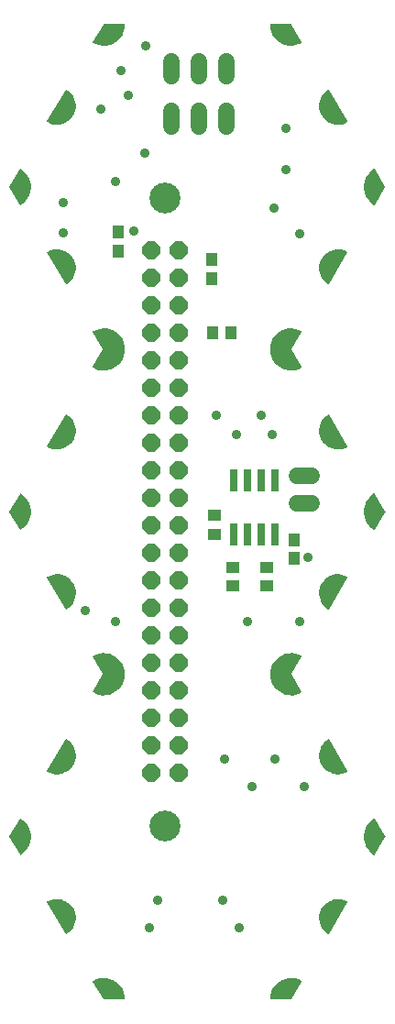
<source format=gbr>
G04 EAGLE Gerber RS-274X export*
G75*
%MOMM*%
%FSLAX34Y34*%
%LPD*%
%INSoldermask Top*%
%IPPOS*%
%AMOC8*
5,1,8,0,0,1.08239X$1,22.5*%
G01*
%ADD10C,2.851600*%
%ADD11C,1.101600*%
%ADD12P,1.759533X8X292.500000*%
%ADD13R,1.101600X1.201600*%
%ADD14C,1.524000*%
%ADD15R,0.660400X2.082800*%
%ADD16R,1.201600X1.101600*%
%ADD17C,0.908000*%

G36*
X917369Y920485D02*
X917369Y920485D01*
X917416Y920483D01*
X920454Y920848D01*
X920486Y920859D01*
X920532Y920864D01*
X923472Y921712D01*
X923502Y921728D01*
X923548Y921740D01*
X926314Y923049D01*
X926336Y923066D01*
X926363Y923076D01*
X926415Y923125D01*
X926473Y923168D01*
X926487Y923193D01*
X926508Y923212D01*
X926537Y923278D01*
X926573Y923340D01*
X926576Y923368D01*
X926588Y923394D01*
X926589Y923466D01*
X926598Y923537D01*
X926590Y923564D01*
X926591Y923593D01*
X926555Y923688D01*
X926544Y923728D01*
X926537Y923737D01*
X926533Y923749D01*
X917176Y940000D01*
X926533Y956251D01*
X926542Y956278D01*
X926558Y956302D01*
X926573Y956372D01*
X926596Y956440D01*
X926593Y956468D01*
X926599Y956496D01*
X926586Y956567D01*
X926580Y956638D01*
X926567Y956663D01*
X926561Y956691D01*
X926521Y956751D01*
X926488Y956814D01*
X926466Y956832D01*
X926450Y956856D01*
X926367Y956914D01*
X926335Y956941D01*
X926324Y956944D01*
X926314Y956951D01*
X923548Y958260D01*
X923515Y958268D01*
X923472Y958288D01*
X920532Y959136D01*
X920498Y959139D01*
X920454Y959152D01*
X917416Y959517D01*
X917382Y959514D01*
X917335Y959520D01*
X914278Y959393D01*
X914245Y959385D01*
X914198Y959384D01*
X911201Y958768D01*
X911170Y958755D01*
X911124Y958746D01*
X908264Y957657D01*
X908236Y957639D01*
X908192Y957623D01*
X905544Y956089D01*
X905518Y956067D01*
X905478Y956044D01*
X903110Y954106D01*
X903088Y954079D01*
X903052Y954050D01*
X901025Y951757D01*
X901009Y951728D01*
X900977Y951693D01*
X899345Y949105D01*
X899333Y949073D01*
X899308Y949034D01*
X898112Y946217D01*
X898105Y946184D01*
X898102Y946177D01*
X898098Y946171D01*
X898097Y946165D01*
X898086Y946141D01*
X897358Y943169D01*
X897356Y943135D01*
X897345Y943090D01*
X897102Y940040D01*
X897106Y940011D01*
X897101Y939983D01*
X897103Y939973D01*
X897102Y939960D01*
X897345Y936910D01*
X897354Y936878D01*
X897358Y936831D01*
X898086Y933859D01*
X898101Y933828D01*
X898112Y933783D01*
X899308Y930966D01*
X899327Y930938D01*
X899345Y930895D01*
X900977Y928307D01*
X901001Y928283D01*
X901025Y928243D01*
X903052Y925950D01*
X903079Y925930D01*
X903110Y925894D01*
X905478Y923956D01*
X905508Y923940D01*
X905544Y923911D01*
X908192Y922378D01*
X908224Y922367D01*
X908264Y922343D01*
X911124Y921255D01*
X911157Y921249D01*
X911201Y921232D01*
X914198Y920616D01*
X914232Y920616D01*
X914278Y920607D01*
X917335Y920480D01*
X917369Y920485D01*
G37*
G36*
X917369Y620485D02*
X917369Y620485D01*
X917416Y620483D01*
X920454Y620848D01*
X920486Y620859D01*
X920532Y620864D01*
X923472Y621712D01*
X923502Y621728D01*
X923548Y621740D01*
X926314Y623049D01*
X926336Y623066D01*
X926363Y623076D01*
X926415Y623125D01*
X926473Y623168D01*
X926487Y623193D01*
X926508Y623212D01*
X926537Y623278D01*
X926573Y623340D01*
X926576Y623368D01*
X926588Y623394D01*
X926589Y623466D01*
X926598Y623537D01*
X926590Y623564D01*
X926591Y623593D01*
X926555Y623688D01*
X926544Y623728D01*
X926537Y623737D01*
X926533Y623749D01*
X917176Y640000D01*
X926533Y656251D01*
X926542Y656278D01*
X926558Y656302D01*
X926573Y656372D01*
X926596Y656440D01*
X926593Y656468D01*
X926599Y656496D01*
X926586Y656567D01*
X926580Y656638D01*
X926567Y656663D01*
X926561Y656691D01*
X926521Y656751D01*
X926488Y656814D01*
X926466Y656832D01*
X926450Y656856D01*
X926367Y656914D01*
X926335Y656941D01*
X926324Y656944D01*
X926314Y656951D01*
X923548Y658260D01*
X923515Y658268D01*
X923472Y658288D01*
X920532Y659136D01*
X920498Y659139D01*
X920454Y659152D01*
X917416Y659517D01*
X917382Y659514D01*
X917335Y659520D01*
X914278Y659393D01*
X914245Y659385D01*
X914198Y659384D01*
X911201Y658768D01*
X911170Y658755D01*
X911124Y658746D01*
X908264Y657657D01*
X908236Y657639D01*
X908192Y657623D01*
X905544Y656089D01*
X905518Y656067D01*
X905478Y656044D01*
X903110Y654106D01*
X903088Y654079D01*
X903052Y654050D01*
X901025Y651757D01*
X901009Y651728D01*
X900977Y651693D01*
X899345Y649105D01*
X899333Y649073D01*
X899308Y649034D01*
X898112Y646217D01*
X898105Y646184D01*
X898102Y646177D01*
X898098Y646171D01*
X898097Y646165D01*
X898086Y646141D01*
X897358Y643169D01*
X897356Y643135D01*
X897345Y643090D01*
X897102Y640040D01*
X897106Y640011D01*
X897101Y639983D01*
X897103Y639973D01*
X897102Y639960D01*
X897345Y636910D01*
X897354Y636878D01*
X897358Y636831D01*
X898086Y633859D01*
X898101Y633828D01*
X898112Y633783D01*
X899308Y630966D01*
X899327Y630938D01*
X899345Y630895D01*
X900977Y628307D01*
X901001Y628283D01*
X901025Y628243D01*
X903052Y625950D01*
X903079Y625930D01*
X903110Y625894D01*
X905478Y623956D01*
X905508Y623940D01*
X905544Y623911D01*
X908192Y622378D01*
X908224Y622367D01*
X908264Y622343D01*
X911124Y621255D01*
X911157Y621249D01*
X911201Y621232D01*
X914198Y620616D01*
X914232Y620616D01*
X914278Y620607D01*
X917335Y620480D01*
X917369Y620485D01*
G37*
G36*
X745722Y920607D02*
X745722Y920607D01*
X745755Y920615D01*
X745802Y920616D01*
X748799Y921232D01*
X748830Y921245D01*
X748876Y921255D01*
X751736Y922343D01*
X751765Y922361D01*
X751808Y922378D01*
X754456Y923911D01*
X754482Y923933D01*
X754523Y923956D01*
X756890Y925894D01*
X756912Y925921D01*
X756948Y925950D01*
X758975Y928243D01*
X758992Y928272D01*
X759023Y928307D01*
X760655Y930895D01*
X760667Y930927D01*
X760692Y930966D01*
X761888Y933783D01*
X761895Y933816D01*
X761914Y933859D01*
X762642Y936831D01*
X762644Y936865D01*
X762655Y936910D01*
X762898Y939960D01*
X762894Y939989D01*
X762899Y940017D01*
X762897Y940027D01*
X762898Y940040D01*
X762655Y943090D01*
X762646Y943122D01*
X762642Y943169D01*
X761914Y946141D01*
X761899Y946172D01*
X761888Y946217D01*
X760692Y949034D01*
X760673Y949062D01*
X760655Y949105D01*
X759023Y951693D01*
X758999Y951717D01*
X758975Y951757D01*
X756948Y954050D01*
X756921Y954070D01*
X756890Y954106D01*
X754523Y956044D01*
X754492Y956060D01*
X754456Y956089D01*
X751808Y957623D01*
X751776Y957633D01*
X751736Y957657D01*
X748876Y958746D01*
X748843Y958751D01*
X748799Y958768D01*
X745802Y959384D01*
X745768Y959384D01*
X745722Y959393D01*
X742665Y959520D01*
X742631Y959515D01*
X742584Y959517D01*
X739546Y959152D01*
X739514Y959141D01*
X739468Y959136D01*
X736528Y958288D01*
X736498Y958272D01*
X736453Y958260D01*
X733687Y956951D01*
X733664Y956934D01*
X733637Y956924D01*
X733585Y956875D01*
X733527Y956832D01*
X733513Y956807D01*
X733492Y956788D01*
X733463Y956722D01*
X733427Y956660D01*
X733424Y956632D01*
X733412Y956606D01*
X733411Y956534D01*
X733402Y956463D01*
X733410Y956436D01*
X733410Y956407D01*
X733445Y956312D01*
X733456Y956272D01*
X733463Y956263D01*
X733467Y956251D01*
X742824Y940000D01*
X733467Y923749D01*
X733458Y923722D01*
X733442Y923698D01*
X733427Y923628D01*
X733404Y923560D01*
X733407Y923532D01*
X733401Y923504D01*
X733415Y923434D01*
X733420Y923362D01*
X733433Y923337D01*
X733439Y923309D01*
X733479Y923249D01*
X733512Y923186D01*
X733534Y923168D01*
X733550Y923144D01*
X733633Y923086D01*
X733665Y923059D01*
X733676Y923056D01*
X733687Y923049D01*
X736453Y921740D01*
X736486Y921732D01*
X736528Y921712D01*
X739468Y920864D01*
X739502Y920861D01*
X739546Y920848D01*
X742584Y920483D01*
X742618Y920486D01*
X742665Y920480D01*
X745722Y920607D01*
G37*
G36*
X745722Y620607D02*
X745722Y620607D01*
X745755Y620615D01*
X745802Y620616D01*
X748799Y621232D01*
X748830Y621245D01*
X748876Y621255D01*
X751736Y622343D01*
X751765Y622361D01*
X751808Y622378D01*
X754456Y623911D01*
X754482Y623933D01*
X754523Y623956D01*
X756890Y625894D01*
X756912Y625921D01*
X756948Y625950D01*
X758975Y628243D01*
X758992Y628272D01*
X759023Y628307D01*
X760655Y630895D01*
X760667Y630927D01*
X760692Y630966D01*
X761888Y633783D01*
X761895Y633816D01*
X761914Y633859D01*
X762642Y636831D01*
X762644Y636865D01*
X762655Y636910D01*
X762898Y639960D01*
X762894Y639989D01*
X762899Y640017D01*
X762897Y640027D01*
X762898Y640040D01*
X762655Y643090D01*
X762646Y643122D01*
X762642Y643169D01*
X761914Y646141D01*
X761899Y646172D01*
X761888Y646217D01*
X760692Y649034D01*
X760673Y649062D01*
X760655Y649105D01*
X759023Y651693D01*
X758999Y651717D01*
X758975Y651757D01*
X756948Y654050D01*
X756921Y654070D01*
X756890Y654106D01*
X754523Y656044D01*
X754492Y656060D01*
X754456Y656089D01*
X751808Y657623D01*
X751776Y657633D01*
X751736Y657657D01*
X748876Y658746D01*
X748843Y658751D01*
X748799Y658768D01*
X745802Y659384D01*
X745768Y659384D01*
X745722Y659393D01*
X742665Y659520D01*
X742631Y659515D01*
X742584Y659517D01*
X739546Y659152D01*
X739514Y659141D01*
X739468Y659136D01*
X736528Y658288D01*
X736498Y658272D01*
X736453Y658260D01*
X733687Y656951D01*
X733664Y656934D01*
X733637Y656924D01*
X733585Y656875D01*
X733527Y656832D01*
X733513Y656807D01*
X733492Y656788D01*
X733463Y656722D01*
X733427Y656660D01*
X733424Y656632D01*
X733412Y656606D01*
X733411Y656534D01*
X733402Y656463D01*
X733410Y656436D01*
X733410Y656407D01*
X733445Y656312D01*
X733456Y656272D01*
X733463Y656263D01*
X733467Y656251D01*
X742824Y640000D01*
X733467Y623749D01*
X733458Y623722D01*
X733442Y623698D01*
X733427Y623628D01*
X733404Y623560D01*
X733407Y623532D01*
X733401Y623504D01*
X733415Y623434D01*
X733420Y623362D01*
X733433Y623337D01*
X733439Y623309D01*
X733479Y623249D01*
X733512Y623186D01*
X733534Y623168D01*
X733550Y623144D01*
X733633Y623086D01*
X733665Y623059D01*
X733676Y623056D01*
X733687Y623049D01*
X736453Y621740D01*
X736486Y621732D01*
X736528Y621712D01*
X739468Y620864D01*
X739502Y620861D01*
X739546Y620848D01*
X742584Y620483D01*
X742618Y620486D01*
X742665Y620480D01*
X745722Y620607D01*
G37*
G36*
X708607Y999810D02*
X708607Y999810D01*
X708678Y999807D01*
X708705Y999817D01*
X708734Y999819D01*
X708824Y999861D01*
X708864Y999876D01*
X708872Y999884D01*
X708885Y999890D01*
X711188Y1001489D01*
X711212Y1001515D01*
X711252Y1001542D01*
X713261Y1003499D01*
X713280Y1003528D01*
X713315Y1003561D01*
X714974Y1005822D01*
X714989Y1005853D01*
X715018Y1005892D01*
X716282Y1008395D01*
X716291Y1008429D01*
X716313Y1008472D01*
X717149Y1011149D01*
X717152Y1011183D01*
X717167Y1011229D01*
X717550Y1014008D01*
X717548Y1014042D01*
X717554Y1014090D01*
X717475Y1016893D01*
X717467Y1016927D01*
X717466Y1016975D01*
X716927Y1019727D01*
X716913Y1019759D01*
X716904Y1019807D01*
X715919Y1022432D01*
X715904Y1022457D01*
X715899Y1022477D01*
X715891Y1022488D01*
X715884Y1022507D01*
X714480Y1024935D01*
X714457Y1024961D01*
X714433Y1025003D01*
X712649Y1027166D01*
X712622Y1027188D01*
X712591Y1027225D01*
X710475Y1029066D01*
X710445Y1029083D01*
X710409Y1029115D01*
X708018Y1030582D01*
X707986Y1030593D01*
X707945Y1030619D01*
X705346Y1031672D01*
X705312Y1031679D01*
X705267Y1031697D01*
X702530Y1032308D01*
X702495Y1032309D01*
X702448Y1032320D01*
X699648Y1032472D01*
X699614Y1032467D01*
X699566Y1032470D01*
X696778Y1032160D01*
X696745Y1032149D01*
X696697Y1032144D01*
X693999Y1031379D01*
X693969Y1031363D01*
X693922Y1031350D01*
X691387Y1030151D01*
X691363Y1030134D01*
X691336Y1030124D01*
X691284Y1030075D01*
X691227Y1030032D01*
X691213Y1030007D01*
X691192Y1029987D01*
X691163Y1029922D01*
X691127Y1029861D01*
X691124Y1029832D01*
X691112Y1029805D01*
X691111Y1029734D01*
X691102Y1029663D01*
X691110Y1029635D01*
X691110Y1029606D01*
X691144Y1029513D01*
X691156Y1029472D01*
X691163Y1029463D01*
X691168Y1029450D01*
X708168Y1000050D01*
X708187Y1000028D01*
X708200Y1000002D01*
X708253Y999954D01*
X708300Y999901D01*
X708326Y999889D01*
X708348Y999869D01*
X708415Y999846D01*
X708479Y999816D01*
X708508Y999814D01*
X708536Y999805D01*
X708607Y999810D01*
G37*
G36*
X708607Y699810D02*
X708607Y699810D01*
X708678Y699807D01*
X708705Y699817D01*
X708734Y699819D01*
X708824Y699861D01*
X708864Y699876D01*
X708872Y699884D01*
X708885Y699890D01*
X711188Y701489D01*
X711212Y701515D01*
X711252Y701542D01*
X713261Y703499D01*
X713280Y703528D01*
X713315Y703561D01*
X714974Y705822D01*
X714989Y705853D01*
X715018Y705892D01*
X716282Y708395D01*
X716291Y708429D01*
X716313Y708472D01*
X717149Y711149D01*
X717152Y711183D01*
X717167Y711229D01*
X717550Y714008D01*
X717548Y714042D01*
X717554Y714090D01*
X717475Y716893D01*
X717467Y716927D01*
X717466Y716975D01*
X716927Y719727D01*
X716913Y719759D01*
X716904Y719807D01*
X715919Y722432D01*
X715904Y722457D01*
X715899Y722477D01*
X715891Y722488D01*
X715884Y722507D01*
X714480Y724935D01*
X714457Y724961D01*
X714433Y725003D01*
X712649Y727166D01*
X712622Y727188D01*
X712591Y727225D01*
X710475Y729066D01*
X710445Y729083D01*
X710409Y729115D01*
X708018Y730582D01*
X707986Y730593D01*
X707945Y730619D01*
X705346Y731672D01*
X705312Y731679D01*
X705267Y731697D01*
X702530Y732308D01*
X702495Y732309D01*
X702448Y732320D01*
X699648Y732472D01*
X699614Y732467D01*
X699566Y732470D01*
X696778Y732160D01*
X696745Y732149D01*
X696697Y732144D01*
X693999Y731379D01*
X693969Y731363D01*
X693922Y731350D01*
X691387Y730151D01*
X691363Y730134D01*
X691336Y730124D01*
X691284Y730075D01*
X691227Y730032D01*
X691213Y730007D01*
X691192Y729987D01*
X691163Y729922D01*
X691127Y729861D01*
X691124Y729832D01*
X691112Y729805D01*
X691111Y729734D01*
X691102Y729663D01*
X691110Y729635D01*
X691110Y729606D01*
X691144Y729513D01*
X691156Y729472D01*
X691163Y729463D01*
X691168Y729450D01*
X708168Y700050D01*
X708187Y700028D01*
X708200Y700002D01*
X708253Y699954D01*
X708300Y699901D01*
X708326Y699889D01*
X708348Y699869D01*
X708415Y699846D01*
X708479Y699816D01*
X708508Y699814D01*
X708536Y699805D01*
X708607Y699810D01*
G37*
G36*
X708607Y399810D02*
X708607Y399810D01*
X708678Y399807D01*
X708705Y399817D01*
X708734Y399819D01*
X708824Y399861D01*
X708864Y399876D01*
X708872Y399884D01*
X708885Y399890D01*
X711188Y401489D01*
X711212Y401515D01*
X711252Y401542D01*
X713261Y403499D01*
X713280Y403528D01*
X713315Y403561D01*
X714974Y405822D01*
X714989Y405853D01*
X715018Y405892D01*
X716282Y408395D01*
X716291Y408429D01*
X716313Y408472D01*
X717149Y411149D01*
X717152Y411183D01*
X717167Y411229D01*
X717550Y414008D01*
X717548Y414042D01*
X717554Y414090D01*
X717475Y416893D01*
X717467Y416927D01*
X717466Y416975D01*
X716927Y419727D01*
X716913Y419759D01*
X716904Y419807D01*
X715919Y422432D01*
X715904Y422457D01*
X715899Y422477D01*
X715891Y422488D01*
X715884Y422507D01*
X714480Y424935D01*
X714457Y424961D01*
X714433Y425003D01*
X712649Y427166D01*
X712622Y427188D01*
X712591Y427225D01*
X710475Y429066D01*
X710445Y429083D01*
X710409Y429115D01*
X708018Y430582D01*
X707986Y430593D01*
X707945Y430619D01*
X705346Y431672D01*
X705312Y431679D01*
X705267Y431697D01*
X702530Y432308D01*
X702495Y432309D01*
X702448Y432320D01*
X699648Y432472D01*
X699614Y432467D01*
X699566Y432470D01*
X696778Y432160D01*
X696745Y432149D01*
X696697Y432144D01*
X693999Y431379D01*
X693969Y431363D01*
X693922Y431350D01*
X691387Y430151D01*
X691363Y430134D01*
X691336Y430124D01*
X691284Y430075D01*
X691227Y430032D01*
X691213Y430007D01*
X691192Y429987D01*
X691163Y429922D01*
X691127Y429861D01*
X691124Y429832D01*
X691112Y429805D01*
X691111Y429734D01*
X691102Y429663D01*
X691110Y429635D01*
X691110Y429606D01*
X691144Y429513D01*
X691156Y429472D01*
X691163Y429463D01*
X691168Y429450D01*
X708168Y400050D01*
X708187Y400028D01*
X708200Y400002D01*
X708253Y399954D01*
X708300Y399901D01*
X708326Y399889D01*
X708348Y399869D01*
X708415Y399846D01*
X708479Y399816D01*
X708508Y399814D01*
X708536Y399805D01*
X708607Y399810D01*
G37*
G36*
X960386Y1147533D02*
X960386Y1147533D01*
X960434Y1147530D01*
X963222Y1147840D01*
X963255Y1147851D01*
X963303Y1147856D01*
X966001Y1148621D01*
X966031Y1148637D01*
X966078Y1148650D01*
X968613Y1149849D01*
X968637Y1149866D01*
X968664Y1149876D01*
X968716Y1149925D01*
X968773Y1149968D01*
X968787Y1149993D01*
X968809Y1150013D01*
X968837Y1150078D01*
X968873Y1150140D01*
X968876Y1150168D01*
X968888Y1150195D01*
X968889Y1150266D01*
X968898Y1150337D01*
X968890Y1150365D01*
X968890Y1150394D01*
X968856Y1150487D01*
X968844Y1150528D01*
X968837Y1150537D01*
X968832Y1150550D01*
X951832Y1179950D01*
X951813Y1179972D01*
X951800Y1179998D01*
X951747Y1180046D01*
X951700Y1180099D01*
X951674Y1180111D01*
X951652Y1180131D01*
X951585Y1180154D01*
X951521Y1180184D01*
X951492Y1180186D01*
X951464Y1180195D01*
X951393Y1180190D01*
X951322Y1180193D01*
X951295Y1180183D01*
X951266Y1180181D01*
X951176Y1180139D01*
X951136Y1180124D01*
X951128Y1180116D01*
X951115Y1180110D01*
X948812Y1178511D01*
X948788Y1178486D01*
X948748Y1178458D01*
X946739Y1176501D01*
X946720Y1176472D01*
X946685Y1176439D01*
X945026Y1174178D01*
X945011Y1174147D01*
X944982Y1174108D01*
X943718Y1171605D01*
X943709Y1171571D01*
X943687Y1171528D01*
X942851Y1168851D01*
X942848Y1168817D01*
X942833Y1168771D01*
X942450Y1165992D01*
X942452Y1165958D01*
X942446Y1165910D01*
X942525Y1163107D01*
X942533Y1163073D01*
X942534Y1163025D01*
X943073Y1160273D01*
X943087Y1160241D01*
X943096Y1160193D01*
X944081Y1157568D01*
X944099Y1157538D01*
X944116Y1157493D01*
X945520Y1155065D01*
X945543Y1155039D01*
X945567Y1154998D01*
X947351Y1152834D01*
X947378Y1152812D01*
X947409Y1152775D01*
X949525Y1150934D01*
X949555Y1150917D01*
X949591Y1150886D01*
X951982Y1149418D01*
X952014Y1149407D01*
X952055Y1149381D01*
X954654Y1148328D01*
X954688Y1148321D01*
X954733Y1148303D01*
X957470Y1147692D01*
X957505Y1147691D01*
X957552Y1147680D01*
X960352Y1147528D01*
X960386Y1147533D01*
G37*
G36*
X960386Y847533D02*
X960386Y847533D01*
X960434Y847530D01*
X963222Y847840D01*
X963255Y847851D01*
X963303Y847856D01*
X966001Y848621D01*
X966031Y848637D01*
X966078Y848650D01*
X968613Y849849D01*
X968637Y849866D01*
X968664Y849876D01*
X968716Y849925D01*
X968773Y849968D01*
X968787Y849993D01*
X968809Y850013D01*
X968837Y850078D01*
X968873Y850140D01*
X968876Y850168D01*
X968888Y850195D01*
X968889Y850266D01*
X968898Y850337D01*
X968890Y850365D01*
X968890Y850394D01*
X968856Y850487D01*
X968844Y850528D01*
X968837Y850537D01*
X968832Y850550D01*
X951832Y879950D01*
X951813Y879972D01*
X951800Y879998D01*
X951747Y880046D01*
X951700Y880099D01*
X951674Y880111D01*
X951652Y880131D01*
X951585Y880154D01*
X951521Y880184D01*
X951492Y880186D01*
X951464Y880195D01*
X951393Y880190D01*
X951322Y880193D01*
X951295Y880183D01*
X951266Y880181D01*
X951176Y880139D01*
X951136Y880124D01*
X951128Y880116D01*
X951115Y880110D01*
X948812Y878511D01*
X948788Y878486D01*
X948748Y878458D01*
X946739Y876501D01*
X946720Y876472D01*
X946685Y876439D01*
X945026Y874178D01*
X945011Y874147D01*
X944982Y874108D01*
X943718Y871605D01*
X943709Y871571D01*
X943687Y871528D01*
X942851Y868851D01*
X942848Y868817D01*
X942833Y868771D01*
X942450Y865992D01*
X942452Y865958D01*
X942446Y865910D01*
X942525Y863107D01*
X942533Y863073D01*
X942534Y863025D01*
X943073Y860273D01*
X943087Y860241D01*
X943096Y860193D01*
X944081Y857568D01*
X944099Y857538D01*
X944116Y857493D01*
X945520Y855065D01*
X945543Y855039D01*
X945567Y854998D01*
X947351Y852834D01*
X947378Y852812D01*
X947409Y852775D01*
X949525Y850934D01*
X949555Y850917D01*
X949591Y850886D01*
X951982Y849418D01*
X952014Y849407D01*
X952055Y849381D01*
X954654Y848328D01*
X954688Y848321D01*
X954733Y848303D01*
X957470Y847692D01*
X957505Y847691D01*
X957552Y847680D01*
X960352Y847528D01*
X960386Y847533D01*
G37*
G36*
X960386Y547533D02*
X960386Y547533D01*
X960434Y547530D01*
X963222Y547840D01*
X963255Y547851D01*
X963303Y547856D01*
X966001Y548621D01*
X966031Y548637D01*
X966078Y548650D01*
X968613Y549849D01*
X968637Y549866D01*
X968664Y549876D01*
X968716Y549925D01*
X968773Y549968D01*
X968787Y549993D01*
X968809Y550013D01*
X968837Y550078D01*
X968873Y550140D01*
X968876Y550168D01*
X968888Y550195D01*
X968889Y550266D01*
X968898Y550337D01*
X968890Y550365D01*
X968890Y550394D01*
X968856Y550487D01*
X968844Y550528D01*
X968837Y550537D01*
X968832Y550550D01*
X951832Y579950D01*
X951813Y579972D01*
X951800Y579998D01*
X951747Y580046D01*
X951700Y580099D01*
X951674Y580111D01*
X951652Y580131D01*
X951585Y580154D01*
X951521Y580184D01*
X951492Y580186D01*
X951464Y580195D01*
X951393Y580190D01*
X951322Y580193D01*
X951295Y580183D01*
X951266Y580181D01*
X951176Y580139D01*
X951136Y580124D01*
X951128Y580116D01*
X951115Y580110D01*
X948812Y578511D01*
X948788Y578486D01*
X948748Y578458D01*
X946739Y576501D01*
X946720Y576472D01*
X946685Y576439D01*
X945026Y574178D01*
X945011Y574147D01*
X944982Y574108D01*
X943718Y571605D01*
X943709Y571571D01*
X943687Y571528D01*
X942851Y568851D01*
X942848Y568817D01*
X942833Y568771D01*
X942450Y565992D01*
X942452Y565958D01*
X942446Y565910D01*
X942525Y563107D01*
X942533Y563073D01*
X942534Y563025D01*
X943073Y560273D01*
X943087Y560241D01*
X943096Y560193D01*
X944081Y557568D01*
X944099Y557538D01*
X944116Y557493D01*
X945520Y555065D01*
X945543Y555039D01*
X945567Y554998D01*
X947351Y552834D01*
X947378Y552812D01*
X947409Y552775D01*
X949525Y550934D01*
X949555Y550917D01*
X949591Y550886D01*
X951982Y549418D01*
X952014Y549407D01*
X952055Y549381D01*
X954654Y548328D01*
X954688Y548321D01*
X954733Y548303D01*
X957470Y547692D01*
X957505Y547691D01*
X957552Y547680D01*
X960352Y547528D01*
X960386Y547533D01*
G37*
G36*
X951426Y999811D02*
X951426Y999811D01*
X951497Y999810D01*
X951524Y999821D01*
X951553Y999825D01*
X951615Y999859D01*
X951680Y999887D01*
X951701Y999908D01*
X951726Y999922D01*
X951789Y999998D01*
X951819Y1000029D01*
X951823Y1000039D01*
X951832Y1000050D01*
X968832Y1029450D01*
X968841Y1029478D01*
X968858Y1029502D01*
X968873Y1029571D01*
X968895Y1029639D01*
X968893Y1029668D01*
X968899Y1029696D01*
X968886Y1029766D01*
X968880Y1029837D01*
X968867Y1029863D01*
X968861Y1029891D01*
X968821Y1029950D01*
X968789Y1030013D01*
X968766Y1030032D01*
X968750Y1030056D01*
X968668Y1030113D01*
X968635Y1030140D01*
X968625Y1030143D01*
X968613Y1030151D01*
X966078Y1031350D01*
X966044Y1031358D01*
X966001Y1031379D01*
X963303Y1032144D01*
X963268Y1032146D01*
X963222Y1032160D01*
X960434Y1032470D01*
X960400Y1032467D01*
X960352Y1032472D01*
X957552Y1032320D01*
X957518Y1032311D01*
X957470Y1032308D01*
X954733Y1031697D01*
X954701Y1031683D01*
X954654Y1031672D01*
X952055Y1030619D01*
X952026Y1030600D01*
X951982Y1030582D01*
X949591Y1029115D01*
X949566Y1029091D01*
X949525Y1029066D01*
X947409Y1027225D01*
X947388Y1027198D01*
X947351Y1027166D01*
X945567Y1025003D01*
X945551Y1024972D01*
X945520Y1024935D01*
X944116Y1022507D01*
X944105Y1022474D01*
X944098Y1022462D01*
X944088Y1022447D01*
X944088Y1022444D01*
X944081Y1022432D01*
X943096Y1019807D01*
X943090Y1019772D01*
X943073Y1019727D01*
X942534Y1016975D01*
X942534Y1016941D01*
X942525Y1016893D01*
X942446Y1014090D01*
X942452Y1014056D01*
X942450Y1014008D01*
X942833Y1011229D01*
X942845Y1011197D01*
X942851Y1011149D01*
X943687Y1008472D01*
X943704Y1008441D01*
X943718Y1008395D01*
X944982Y1005892D01*
X945004Y1005865D01*
X945026Y1005822D01*
X946685Y1003561D01*
X946711Y1003538D01*
X946739Y1003499D01*
X948748Y1001542D01*
X948777Y1001523D01*
X948812Y1001489D01*
X951115Y999890D01*
X951142Y999878D01*
X951165Y999860D01*
X951233Y999839D01*
X951298Y999811D01*
X951327Y999811D01*
X951355Y999803D01*
X951426Y999811D01*
G37*
G36*
X951426Y699811D02*
X951426Y699811D01*
X951497Y699810D01*
X951524Y699821D01*
X951553Y699825D01*
X951615Y699859D01*
X951680Y699887D01*
X951701Y699908D01*
X951726Y699922D01*
X951789Y699998D01*
X951819Y700029D01*
X951823Y700039D01*
X951832Y700050D01*
X968832Y729450D01*
X968841Y729478D01*
X968858Y729502D01*
X968873Y729571D01*
X968895Y729639D01*
X968893Y729668D01*
X968899Y729696D01*
X968886Y729766D01*
X968880Y729837D01*
X968867Y729863D01*
X968861Y729891D01*
X968821Y729950D01*
X968789Y730013D01*
X968766Y730032D01*
X968750Y730056D01*
X968668Y730113D01*
X968635Y730140D01*
X968625Y730143D01*
X968613Y730151D01*
X966078Y731350D01*
X966044Y731358D01*
X966001Y731379D01*
X963303Y732144D01*
X963268Y732146D01*
X963222Y732160D01*
X960434Y732470D01*
X960400Y732467D01*
X960352Y732472D01*
X957552Y732320D01*
X957518Y732311D01*
X957470Y732308D01*
X954733Y731697D01*
X954701Y731683D01*
X954654Y731672D01*
X952055Y730619D01*
X952026Y730600D01*
X951982Y730582D01*
X949591Y729115D01*
X949566Y729091D01*
X949525Y729066D01*
X947409Y727225D01*
X947388Y727198D01*
X947351Y727166D01*
X945567Y725003D01*
X945551Y724972D01*
X945520Y724935D01*
X944116Y722507D01*
X944105Y722474D01*
X944098Y722462D01*
X944088Y722447D01*
X944088Y722444D01*
X944081Y722432D01*
X943096Y719807D01*
X943090Y719772D01*
X943073Y719727D01*
X942534Y716975D01*
X942534Y716941D01*
X942525Y716893D01*
X942446Y714090D01*
X942452Y714056D01*
X942450Y714008D01*
X942833Y711229D01*
X942845Y711197D01*
X942851Y711149D01*
X943687Y708472D01*
X943704Y708441D01*
X943718Y708395D01*
X944982Y705892D01*
X945004Y705865D01*
X945026Y705822D01*
X946685Y703561D01*
X946711Y703538D01*
X946739Y703499D01*
X948748Y701542D01*
X948777Y701523D01*
X948812Y701489D01*
X951115Y699890D01*
X951142Y699878D01*
X951165Y699860D01*
X951233Y699839D01*
X951298Y699811D01*
X951327Y699811D01*
X951355Y699803D01*
X951426Y699811D01*
G37*
G36*
X951426Y399811D02*
X951426Y399811D01*
X951497Y399810D01*
X951524Y399821D01*
X951553Y399825D01*
X951615Y399859D01*
X951680Y399887D01*
X951701Y399908D01*
X951726Y399922D01*
X951789Y399998D01*
X951819Y400029D01*
X951823Y400039D01*
X951832Y400050D01*
X968832Y429450D01*
X968841Y429478D01*
X968858Y429502D01*
X968873Y429571D01*
X968895Y429639D01*
X968893Y429668D01*
X968899Y429696D01*
X968886Y429766D01*
X968880Y429837D01*
X968867Y429863D01*
X968861Y429891D01*
X968821Y429950D01*
X968789Y430013D01*
X968766Y430032D01*
X968750Y430056D01*
X968668Y430113D01*
X968635Y430140D01*
X968625Y430143D01*
X968613Y430151D01*
X966078Y431350D01*
X966044Y431358D01*
X966001Y431379D01*
X963303Y432144D01*
X963268Y432146D01*
X963222Y432160D01*
X960434Y432470D01*
X960400Y432467D01*
X960352Y432472D01*
X957552Y432320D01*
X957518Y432311D01*
X957470Y432308D01*
X954733Y431697D01*
X954701Y431683D01*
X954654Y431672D01*
X952055Y430619D01*
X952026Y430600D01*
X951982Y430582D01*
X949591Y429115D01*
X949566Y429091D01*
X949525Y429066D01*
X947409Y427225D01*
X947388Y427198D01*
X947351Y427166D01*
X945567Y425003D01*
X945551Y424972D01*
X945520Y424935D01*
X944116Y422507D01*
X944105Y422474D01*
X944098Y422462D01*
X944088Y422447D01*
X944088Y422444D01*
X944081Y422432D01*
X943096Y419807D01*
X943090Y419772D01*
X943073Y419727D01*
X942534Y416975D01*
X942534Y416941D01*
X942525Y416893D01*
X942446Y414090D01*
X942452Y414056D01*
X942450Y414008D01*
X942833Y411229D01*
X942845Y411197D01*
X942851Y411149D01*
X943687Y408472D01*
X943704Y408441D01*
X943718Y408395D01*
X944982Y405892D01*
X945004Y405865D01*
X945026Y405822D01*
X946685Y403561D01*
X946711Y403538D01*
X946739Y403499D01*
X948748Y401542D01*
X948777Y401523D01*
X948812Y401489D01*
X951115Y399890D01*
X951142Y399878D01*
X951165Y399860D01*
X951233Y399839D01*
X951298Y399811D01*
X951327Y399811D01*
X951355Y399803D01*
X951426Y399811D01*
G37*
G36*
X702448Y1147680D02*
X702448Y1147680D01*
X702482Y1147689D01*
X702530Y1147692D01*
X705267Y1148303D01*
X705299Y1148317D01*
X705346Y1148328D01*
X707945Y1149381D01*
X707974Y1149400D01*
X708018Y1149418D01*
X710409Y1150886D01*
X710434Y1150909D01*
X710475Y1150934D01*
X712591Y1152775D01*
X712612Y1152802D01*
X712649Y1152834D01*
X714433Y1154998D01*
X714449Y1155028D01*
X714480Y1155065D01*
X715884Y1157493D01*
X715895Y1157526D01*
X715919Y1157568D01*
X716904Y1160193D01*
X716910Y1160228D01*
X716927Y1160273D01*
X717466Y1163025D01*
X717466Y1163060D01*
X717475Y1163107D01*
X717554Y1165910D01*
X717549Y1165944D01*
X717550Y1165992D01*
X717167Y1168771D01*
X717155Y1168803D01*
X717149Y1168851D01*
X716313Y1171528D01*
X716296Y1171559D01*
X716282Y1171605D01*
X715018Y1174108D01*
X714996Y1174135D01*
X714974Y1174178D01*
X713315Y1176439D01*
X713289Y1176462D01*
X713261Y1176501D01*
X711252Y1178458D01*
X711223Y1178477D01*
X711188Y1178511D01*
X708885Y1180110D01*
X708858Y1180122D01*
X708835Y1180140D01*
X708767Y1180161D01*
X708702Y1180189D01*
X708673Y1180189D01*
X708645Y1180197D01*
X708574Y1180189D01*
X708503Y1180190D01*
X708476Y1180179D01*
X708447Y1180175D01*
X708385Y1180141D01*
X708320Y1180113D01*
X708299Y1180092D01*
X708274Y1180078D01*
X708211Y1180002D01*
X708181Y1179971D01*
X708177Y1179961D01*
X708168Y1179950D01*
X691168Y1150550D01*
X691159Y1150522D01*
X691142Y1150498D01*
X691127Y1150429D01*
X691105Y1150361D01*
X691107Y1150332D01*
X691101Y1150304D01*
X691114Y1150234D01*
X691120Y1150163D01*
X691133Y1150137D01*
X691139Y1150109D01*
X691179Y1150050D01*
X691211Y1149987D01*
X691234Y1149968D01*
X691250Y1149944D01*
X691332Y1149887D01*
X691365Y1149860D01*
X691375Y1149857D01*
X691387Y1149849D01*
X693922Y1148650D01*
X693956Y1148642D01*
X693999Y1148621D01*
X696697Y1147856D01*
X696732Y1147854D01*
X696778Y1147840D01*
X699566Y1147530D01*
X699600Y1147533D01*
X699648Y1147528D01*
X702448Y1147680D01*
G37*
G36*
X702448Y847680D02*
X702448Y847680D01*
X702482Y847689D01*
X702530Y847692D01*
X705267Y848303D01*
X705299Y848317D01*
X705346Y848328D01*
X707945Y849381D01*
X707974Y849400D01*
X708018Y849418D01*
X710409Y850886D01*
X710434Y850909D01*
X710475Y850934D01*
X712591Y852775D01*
X712612Y852802D01*
X712649Y852834D01*
X714433Y854998D01*
X714449Y855028D01*
X714480Y855065D01*
X715884Y857493D01*
X715895Y857526D01*
X715919Y857568D01*
X716904Y860193D01*
X716910Y860228D01*
X716927Y860273D01*
X717466Y863025D01*
X717466Y863060D01*
X717475Y863107D01*
X717554Y865910D01*
X717549Y865944D01*
X717550Y865992D01*
X717167Y868771D01*
X717155Y868803D01*
X717149Y868851D01*
X716313Y871528D01*
X716296Y871559D01*
X716282Y871605D01*
X715018Y874108D01*
X714996Y874135D01*
X714974Y874178D01*
X713315Y876439D01*
X713289Y876462D01*
X713261Y876501D01*
X711252Y878458D01*
X711223Y878477D01*
X711188Y878511D01*
X708885Y880110D01*
X708858Y880122D01*
X708835Y880140D01*
X708767Y880161D01*
X708702Y880189D01*
X708673Y880189D01*
X708645Y880197D01*
X708574Y880189D01*
X708503Y880190D01*
X708476Y880179D01*
X708447Y880175D01*
X708385Y880141D01*
X708320Y880113D01*
X708299Y880092D01*
X708274Y880078D01*
X708211Y880002D01*
X708181Y879971D01*
X708177Y879961D01*
X708168Y879950D01*
X691168Y850550D01*
X691159Y850522D01*
X691142Y850498D01*
X691127Y850429D01*
X691105Y850361D01*
X691107Y850332D01*
X691101Y850304D01*
X691114Y850234D01*
X691120Y850163D01*
X691133Y850137D01*
X691139Y850109D01*
X691179Y850050D01*
X691211Y849987D01*
X691234Y849968D01*
X691250Y849944D01*
X691332Y849887D01*
X691365Y849860D01*
X691375Y849857D01*
X691387Y849849D01*
X693922Y848650D01*
X693956Y848642D01*
X693999Y848621D01*
X696697Y847856D01*
X696732Y847854D01*
X696778Y847840D01*
X699566Y847530D01*
X699600Y847533D01*
X699648Y847528D01*
X702448Y847680D01*
G37*
G36*
X702448Y547680D02*
X702448Y547680D01*
X702482Y547689D01*
X702530Y547692D01*
X705267Y548303D01*
X705299Y548317D01*
X705346Y548328D01*
X707945Y549381D01*
X707974Y549400D01*
X708018Y549418D01*
X710409Y550886D01*
X710434Y550909D01*
X710475Y550934D01*
X712591Y552775D01*
X712612Y552802D01*
X712649Y552834D01*
X714433Y554998D01*
X714449Y555028D01*
X714480Y555065D01*
X715884Y557493D01*
X715895Y557526D01*
X715919Y557568D01*
X716904Y560193D01*
X716910Y560228D01*
X716927Y560273D01*
X717466Y563025D01*
X717466Y563060D01*
X717475Y563107D01*
X717554Y565910D01*
X717549Y565944D01*
X717550Y565992D01*
X717167Y568771D01*
X717155Y568803D01*
X717149Y568851D01*
X716313Y571528D01*
X716296Y571559D01*
X716282Y571605D01*
X715018Y574108D01*
X714996Y574135D01*
X714974Y574178D01*
X713315Y576439D01*
X713289Y576462D01*
X713261Y576501D01*
X711252Y578458D01*
X711223Y578477D01*
X711188Y578511D01*
X708885Y580110D01*
X708858Y580122D01*
X708835Y580140D01*
X708767Y580161D01*
X708702Y580189D01*
X708673Y580189D01*
X708645Y580197D01*
X708574Y580189D01*
X708503Y580190D01*
X708476Y580179D01*
X708447Y580175D01*
X708385Y580141D01*
X708320Y580113D01*
X708299Y580092D01*
X708274Y580078D01*
X708211Y580002D01*
X708181Y579971D01*
X708177Y579961D01*
X708168Y579950D01*
X691168Y550550D01*
X691159Y550522D01*
X691142Y550498D01*
X691127Y550429D01*
X691105Y550361D01*
X691107Y550332D01*
X691101Y550304D01*
X691114Y550234D01*
X691120Y550163D01*
X691133Y550137D01*
X691139Y550109D01*
X691179Y550050D01*
X691211Y549987D01*
X691234Y549968D01*
X691250Y549944D01*
X691332Y549887D01*
X691365Y549860D01*
X691375Y549857D01*
X691387Y549849D01*
X693922Y548650D01*
X693956Y548642D01*
X693999Y548621D01*
X696697Y547856D01*
X696732Y547854D01*
X696778Y547840D01*
X699566Y547530D01*
X699600Y547533D01*
X699648Y547528D01*
X702448Y547680D01*
G37*
G36*
X993727Y1073011D02*
X993727Y1073011D01*
X993798Y1073011D01*
X993825Y1073022D01*
X993854Y1073025D01*
X993916Y1073060D01*
X993981Y1073088D01*
X994002Y1073108D01*
X994027Y1073123D01*
X994090Y1073200D01*
X994120Y1073230D01*
X994124Y1073240D01*
X994133Y1073251D01*
X1003633Y1089751D01*
X1003643Y1089783D01*
X1003652Y1089796D01*
X1003656Y1089820D01*
X1003657Y1089824D01*
X1003688Y1089894D01*
X1003688Y1089918D01*
X1003696Y1089940D01*
X1003690Y1090016D01*
X1003691Y1090093D01*
X1003681Y1090117D01*
X1003680Y1090138D01*
X1003659Y1090177D01*
X1003633Y1090249D01*
X994133Y1106749D01*
X994114Y1106771D01*
X994101Y1106797D01*
X994048Y1106845D01*
X994001Y1106898D01*
X993975Y1106911D01*
X993954Y1106930D01*
X993886Y1106953D01*
X993822Y1106984D01*
X993793Y1106986D01*
X993766Y1106995D01*
X993694Y1106990D01*
X993623Y1106993D01*
X993596Y1106983D01*
X993567Y1106981D01*
X993477Y1106939D01*
X993437Y1106924D01*
X993429Y1106917D01*
X993416Y1106911D01*
X990893Y1105169D01*
X990869Y1105145D01*
X990831Y1105118D01*
X988619Y1102994D01*
X988600Y1102966D01*
X988566Y1102934D01*
X986724Y1100483D01*
X986710Y1100452D01*
X986681Y1100415D01*
X985256Y1097700D01*
X985247Y1097669D01*
X985231Y1097644D01*
X985230Y1097635D01*
X985225Y1097626D01*
X984254Y1094718D01*
X984250Y1094684D01*
X984235Y1094640D01*
X983743Y1091613D01*
X983744Y1091579D01*
X983736Y1091533D01*
X983736Y1088467D01*
X983737Y1088463D01*
X983737Y1088461D01*
X983743Y1088434D01*
X983743Y1088387D01*
X984235Y1085360D01*
X984247Y1085329D01*
X984254Y1085282D01*
X985225Y1082374D01*
X985242Y1082345D01*
X985256Y1082300D01*
X986681Y1079585D01*
X986703Y1079559D01*
X986724Y1079517D01*
X988566Y1077066D01*
X988591Y1077043D01*
X988619Y1077006D01*
X990831Y1074882D01*
X990859Y1074864D01*
X990893Y1074831D01*
X993416Y1073089D01*
X993443Y1073078D01*
X993465Y1073059D01*
X993534Y1073039D01*
X993599Y1073011D01*
X993628Y1073011D01*
X993656Y1073003D01*
X993727Y1073011D01*
G37*
G36*
X993727Y773011D02*
X993727Y773011D01*
X993798Y773011D01*
X993825Y773022D01*
X993854Y773025D01*
X993916Y773060D01*
X993981Y773088D01*
X994002Y773108D01*
X994027Y773123D01*
X994090Y773200D01*
X994120Y773230D01*
X994124Y773240D01*
X994133Y773251D01*
X1003633Y789751D01*
X1003643Y789783D01*
X1003652Y789796D01*
X1003656Y789820D01*
X1003657Y789824D01*
X1003688Y789894D01*
X1003688Y789918D01*
X1003696Y789940D01*
X1003690Y790016D01*
X1003691Y790093D01*
X1003681Y790117D01*
X1003680Y790138D01*
X1003659Y790177D01*
X1003633Y790249D01*
X994133Y806749D01*
X994114Y806771D01*
X994101Y806797D01*
X994048Y806845D01*
X994001Y806898D01*
X993975Y806911D01*
X993954Y806930D01*
X993886Y806953D01*
X993822Y806984D01*
X993793Y806986D01*
X993766Y806995D01*
X993694Y806990D01*
X993623Y806993D01*
X993596Y806983D01*
X993567Y806981D01*
X993477Y806939D01*
X993437Y806924D01*
X993429Y806917D01*
X993416Y806911D01*
X990893Y805169D01*
X990869Y805145D01*
X990831Y805118D01*
X988619Y802994D01*
X988600Y802966D01*
X988566Y802934D01*
X986724Y800483D01*
X986710Y800452D01*
X986681Y800415D01*
X985256Y797700D01*
X985247Y797669D01*
X985231Y797644D01*
X985230Y797635D01*
X985225Y797626D01*
X984254Y794718D01*
X984250Y794684D01*
X984235Y794640D01*
X983743Y791613D01*
X983744Y791579D01*
X983736Y791533D01*
X983736Y788467D01*
X983737Y788463D01*
X983737Y788461D01*
X983743Y788434D01*
X983743Y788387D01*
X984235Y785360D01*
X984247Y785329D01*
X984254Y785282D01*
X985225Y782374D01*
X985242Y782345D01*
X985256Y782300D01*
X986681Y779585D01*
X986703Y779559D01*
X986724Y779517D01*
X988566Y777066D01*
X988591Y777043D01*
X988619Y777006D01*
X990831Y774882D01*
X990859Y774864D01*
X990893Y774831D01*
X993416Y773089D01*
X993443Y773078D01*
X993465Y773059D01*
X993534Y773039D01*
X993599Y773011D01*
X993628Y773011D01*
X993656Y773003D01*
X993727Y773011D01*
G37*
G36*
X993727Y473011D02*
X993727Y473011D01*
X993798Y473011D01*
X993825Y473022D01*
X993854Y473025D01*
X993916Y473060D01*
X993981Y473088D01*
X994002Y473108D01*
X994027Y473123D01*
X994090Y473200D01*
X994120Y473230D01*
X994124Y473240D01*
X994133Y473251D01*
X1003633Y489751D01*
X1003643Y489783D01*
X1003652Y489796D01*
X1003656Y489820D01*
X1003657Y489824D01*
X1003688Y489894D01*
X1003688Y489918D01*
X1003696Y489940D01*
X1003690Y490016D01*
X1003691Y490093D01*
X1003681Y490117D01*
X1003680Y490138D01*
X1003659Y490177D01*
X1003633Y490249D01*
X994133Y506749D01*
X994114Y506771D01*
X994101Y506797D01*
X994048Y506845D01*
X994001Y506898D01*
X993975Y506911D01*
X993954Y506930D01*
X993886Y506953D01*
X993822Y506984D01*
X993793Y506986D01*
X993766Y506995D01*
X993694Y506990D01*
X993623Y506993D01*
X993596Y506983D01*
X993567Y506981D01*
X993477Y506939D01*
X993437Y506924D01*
X993429Y506917D01*
X993416Y506911D01*
X990893Y505169D01*
X990869Y505145D01*
X990831Y505118D01*
X988619Y502994D01*
X988600Y502966D01*
X988566Y502934D01*
X986724Y500483D01*
X986710Y500452D01*
X986681Y500415D01*
X985256Y497700D01*
X985247Y497669D01*
X985231Y497644D01*
X985230Y497635D01*
X985225Y497626D01*
X984254Y494718D01*
X984250Y494684D01*
X984235Y494640D01*
X983743Y491613D01*
X983744Y491579D01*
X983736Y491533D01*
X983736Y488467D01*
X983737Y488463D01*
X983737Y488461D01*
X983743Y488434D01*
X983743Y488387D01*
X984235Y485360D01*
X984247Y485329D01*
X984254Y485282D01*
X985225Y482374D01*
X985242Y482345D01*
X985256Y482300D01*
X986681Y479585D01*
X986703Y479559D01*
X986724Y479517D01*
X988566Y477066D01*
X988591Y477043D01*
X988619Y477006D01*
X990831Y474882D01*
X990859Y474864D01*
X990893Y474831D01*
X993416Y473089D01*
X993443Y473078D01*
X993465Y473059D01*
X993534Y473039D01*
X993599Y473011D01*
X993628Y473011D01*
X993656Y473003D01*
X993727Y473011D01*
G37*
G36*
X666306Y1073010D02*
X666306Y1073010D01*
X666377Y1073007D01*
X666404Y1073017D01*
X666433Y1073019D01*
X666523Y1073061D01*
X666563Y1073076D01*
X666571Y1073083D01*
X666584Y1073089D01*
X669107Y1074831D01*
X669131Y1074855D01*
X669169Y1074882D01*
X671381Y1077006D01*
X671400Y1077034D01*
X671434Y1077066D01*
X673276Y1079517D01*
X673290Y1079548D01*
X673319Y1079585D01*
X674744Y1082300D01*
X674753Y1082333D01*
X674775Y1082374D01*
X675746Y1085282D01*
X675750Y1085316D01*
X675765Y1085360D01*
X676257Y1088387D01*
X676256Y1088421D01*
X676264Y1088467D01*
X676264Y1091533D01*
X676257Y1091566D01*
X676257Y1091613D01*
X675765Y1094640D01*
X675753Y1094671D01*
X675746Y1094718D01*
X674775Y1097626D01*
X674762Y1097649D01*
X674756Y1097674D01*
X674749Y1097683D01*
X674744Y1097700D01*
X673319Y1100415D01*
X673297Y1100441D01*
X673276Y1100483D01*
X671434Y1102934D01*
X671409Y1102957D01*
X671381Y1102994D01*
X669169Y1105118D01*
X669141Y1105136D01*
X669107Y1105169D01*
X666584Y1106911D01*
X666557Y1106922D01*
X666535Y1106941D01*
X666466Y1106961D01*
X666401Y1106989D01*
X666372Y1106989D01*
X666344Y1106997D01*
X666273Y1106989D01*
X666202Y1106990D01*
X666175Y1106978D01*
X666146Y1106975D01*
X666084Y1106940D01*
X666019Y1106912D01*
X665998Y1106892D01*
X665973Y1106877D01*
X665910Y1106800D01*
X665880Y1106770D01*
X665876Y1106760D01*
X665867Y1106749D01*
X656367Y1090249D01*
X656343Y1090176D01*
X656312Y1090106D01*
X656312Y1090082D01*
X656304Y1090060D01*
X656311Y1089984D01*
X656310Y1089907D01*
X656319Y1089883D01*
X656320Y1089862D01*
X656341Y1089823D01*
X656360Y1089771D01*
X656361Y1089765D01*
X656363Y1089763D01*
X656367Y1089751D01*
X665867Y1073251D01*
X665886Y1073229D01*
X665899Y1073203D01*
X665952Y1073155D01*
X665999Y1073102D01*
X666025Y1073089D01*
X666047Y1073070D01*
X666114Y1073047D01*
X666178Y1073016D01*
X666207Y1073015D01*
X666234Y1073005D01*
X666306Y1073010D01*
G37*
G36*
X666306Y773010D02*
X666306Y773010D01*
X666377Y773007D01*
X666404Y773017D01*
X666433Y773019D01*
X666523Y773061D01*
X666563Y773076D01*
X666571Y773083D01*
X666584Y773089D01*
X669107Y774831D01*
X669131Y774855D01*
X669169Y774882D01*
X671381Y777006D01*
X671400Y777034D01*
X671434Y777066D01*
X673276Y779517D01*
X673290Y779548D01*
X673319Y779585D01*
X674744Y782300D01*
X674753Y782333D01*
X674775Y782374D01*
X675746Y785282D01*
X675750Y785316D01*
X675765Y785360D01*
X676257Y788387D01*
X676256Y788421D01*
X676264Y788467D01*
X676264Y791533D01*
X676257Y791566D01*
X676257Y791613D01*
X675765Y794640D01*
X675753Y794671D01*
X675746Y794718D01*
X674775Y797626D01*
X674762Y797649D01*
X674756Y797674D01*
X674749Y797683D01*
X674744Y797700D01*
X673319Y800415D01*
X673297Y800441D01*
X673276Y800483D01*
X671434Y802934D01*
X671409Y802957D01*
X671381Y802994D01*
X669169Y805118D01*
X669141Y805136D01*
X669107Y805169D01*
X666584Y806911D01*
X666557Y806922D01*
X666535Y806941D01*
X666466Y806961D01*
X666401Y806989D01*
X666372Y806989D01*
X666344Y806997D01*
X666273Y806989D01*
X666202Y806990D01*
X666175Y806978D01*
X666146Y806975D01*
X666084Y806940D01*
X666019Y806912D01*
X665998Y806892D01*
X665973Y806877D01*
X665910Y806800D01*
X665880Y806770D01*
X665876Y806760D01*
X665867Y806749D01*
X656367Y790249D01*
X656343Y790176D01*
X656312Y790106D01*
X656312Y790082D01*
X656304Y790060D01*
X656311Y789984D01*
X656310Y789907D01*
X656319Y789883D01*
X656320Y789862D01*
X656341Y789823D01*
X656360Y789771D01*
X656361Y789765D01*
X656363Y789763D01*
X656367Y789751D01*
X665867Y773251D01*
X665886Y773229D01*
X665899Y773203D01*
X665952Y773155D01*
X665999Y773102D01*
X666025Y773089D01*
X666047Y773070D01*
X666114Y773047D01*
X666178Y773016D01*
X666207Y773015D01*
X666234Y773005D01*
X666306Y773010D01*
G37*
G36*
X666306Y473010D02*
X666306Y473010D01*
X666377Y473007D01*
X666404Y473017D01*
X666433Y473019D01*
X666523Y473061D01*
X666563Y473076D01*
X666571Y473083D01*
X666584Y473089D01*
X669107Y474831D01*
X669131Y474855D01*
X669169Y474882D01*
X671381Y477006D01*
X671400Y477034D01*
X671434Y477066D01*
X673276Y479517D01*
X673290Y479548D01*
X673319Y479585D01*
X674744Y482300D01*
X674753Y482333D01*
X674775Y482374D01*
X675746Y485282D01*
X675750Y485316D01*
X675765Y485360D01*
X676257Y488387D01*
X676256Y488421D01*
X676264Y488467D01*
X676264Y491533D01*
X676257Y491566D01*
X676257Y491613D01*
X675765Y494640D01*
X675753Y494671D01*
X675746Y494718D01*
X674775Y497626D01*
X674762Y497649D01*
X674756Y497674D01*
X674749Y497683D01*
X674744Y497700D01*
X673319Y500415D01*
X673297Y500441D01*
X673276Y500483D01*
X671434Y502934D01*
X671409Y502957D01*
X671381Y502994D01*
X669169Y505118D01*
X669141Y505136D01*
X669107Y505169D01*
X666584Y506911D01*
X666557Y506922D01*
X666535Y506941D01*
X666466Y506961D01*
X666401Y506989D01*
X666372Y506989D01*
X666344Y506997D01*
X666273Y506989D01*
X666202Y506990D01*
X666175Y506978D01*
X666146Y506975D01*
X666084Y506940D01*
X666019Y506912D01*
X665998Y506892D01*
X665973Y506877D01*
X665910Y506800D01*
X665880Y506770D01*
X665876Y506760D01*
X665867Y506749D01*
X656367Y490249D01*
X656343Y490176D01*
X656312Y490106D01*
X656312Y490082D01*
X656304Y490060D01*
X656311Y489984D01*
X656310Y489907D01*
X656319Y489883D01*
X656320Y489862D01*
X656341Y489823D01*
X656360Y489771D01*
X656361Y489765D01*
X656363Y489763D01*
X656367Y489751D01*
X665867Y473251D01*
X665886Y473229D01*
X665899Y473203D01*
X665952Y473155D01*
X665999Y473102D01*
X666025Y473089D01*
X666047Y473070D01*
X666114Y473047D01*
X666178Y473016D01*
X666207Y473015D01*
X666234Y473005D01*
X666306Y473010D01*
G37*
G36*
X916676Y339516D02*
X916676Y339516D01*
X916754Y339525D01*
X916773Y339536D01*
X916795Y339540D01*
X916859Y339584D01*
X916927Y339623D01*
X916943Y339642D01*
X916959Y339653D01*
X916983Y339691D01*
X917033Y339751D01*
X926533Y356251D01*
X926542Y356278D01*
X926558Y356302D01*
X926573Y356372D01*
X926596Y356440D01*
X926593Y356468D01*
X926599Y356496D01*
X926586Y356567D01*
X926580Y356638D01*
X926567Y356663D01*
X926561Y356691D01*
X926521Y356751D01*
X926488Y356814D01*
X926466Y356832D01*
X926450Y356856D01*
X926367Y356914D01*
X926335Y356941D01*
X926324Y356944D01*
X926314Y356951D01*
X923548Y358260D01*
X923515Y358268D01*
X923472Y358288D01*
X920532Y359136D01*
X920498Y359139D01*
X920454Y359152D01*
X917416Y359517D01*
X917382Y359514D01*
X917335Y359520D01*
X914278Y359393D01*
X914245Y359385D01*
X914198Y359384D01*
X911201Y358768D01*
X911170Y358755D01*
X911124Y358746D01*
X908264Y357657D01*
X908236Y357639D01*
X908192Y357623D01*
X905544Y356089D01*
X905518Y356067D01*
X905478Y356044D01*
X903110Y354106D01*
X903088Y354079D01*
X903052Y354050D01*
X901025Y351757D01*
X901009Y351728D01*
X900977Y351693D01*
X899345Y349105D01*
X899333Y349073D01*
X899308Y349034D01*
X898112Y346217D01*
X898105Y346184D01*
X898102Y346177D01*
X898098Y346171D01*
X898097Y346165D01*
X898086Y346141D01*
X897358Y343169D01*
X897356Y343135D01*
X897345Y343090D01*
X897102Y340040D01*
X897106Y340011D01*
X897101Y339983D01*
X897118Y339914D01*
X897126Y339842D01*
X897141Y339818D01*
X897147Y339790D01*
X897190Y339732D01*
X897226Y339670D01*
X897248Y339653D01*
X897265Y339630D01*
X897327Y339593D01*
X897384Y339550D01*
X897412Y339543D01*
X897436Y339528D01*
X897536Y339512D01*
X897577Y339501D01*
X897587Y339503D01*
X897600Y339501D01*
X916600Y339501D01*
X916676Y339516D01*
G37*
G36*
X917369Y1220485D02*
X917369Y1220485D01*
X917416Y1220483D01*
X920454Y1220848D01*
X920486Y1220859D01*
X920532Y1220864D01*
X923472Y1221712D01*
X923502Y1221728D01*
X923548Y1221740D01*
X926314Y1223049D01*
X926336Y1223066D01*
X926363Y1223076D01*
X926415Y1223125D01*
X926473Y1223168D01*
X926487Y1223193D01*
X926508Y1223212D01*
X926537Y1223278D01*
X926573Y1223340D01*
X926576Y1223368D01*
X926588Y1223394D01*
X926589Y1223466D01*
X926598Y1223537D01*
X926590Y1223564D01*
X926591Y1223593D01*
X926555Y1223688D01*
X926544Y1223728D01*
X926537Y1223737D01*
X926533Y1223749D01*
X917033Y1240249D01*
X916981Y1240308D01*
X916935Y1240370D01*
X916916Y1240381D01*
X916901Y1240398D01*
X916831Y1240432D01*
X916764Y1240472D01*
X916740Y1240476D01*
X916722Y1240484D01*
X916677Y1240486D01*
X916600Y1240499D01*
X897600Y1240499D01*
X897572Y1240494D01*
X897544Y1240496D01*
X897476Y1240474D01*
X897405Y1240460D01*
X897382Y1240444D01*
X897355Y1240435D01*
X897300Y1240388D01*
X897241Y1240347D01*
X897226Y1240323D01*
X897205Y1240305D01*
X897173Y1240240D01*
X897134Y1240180D01*
X897129Y1240152D01*
X897117Y1240126D01*
X897108Y1240025D01*
X897101Y1239983D01*
X897103Y1239973D01*
X897102Y1239960D01*
X897345Y1236910D01*
X897354Y1236878D01*
X897358Y1236831D01*
X898086Y1233859D01*
X898101Y1233828D01*
X898112Y1233783D01*
X899308Y1230966D01*
X899327Y1230938D01*
X899345Y1230895D01*
X900977Y1228307D01*
X901001Y1228283D01*
X901025Y1228243D01*
X903052Y1225950D01*
X903079Y1225930D01*
X903110Y1225894D01*
X905478Y1223956D01*
X905508Y1223940D01*
X905544Y1223911D01*
X908192Y1222378D01*
X908224Y1222367D01*
X908264Y1222343D01*
X911124Y1221255D01*
X911157Y1221249D01*
X911201Y1221232D01*
X914198Y1220616D01*
X914232Y1220616D01*
X914278Y1220607D01*
X917335Y1220480D01*
X917369Y1220485D01*
G37*
G36*
X762428Y339506D02*
X762428Y339506D01*
X762456Y339504D01*
X762524Y339526D01*
X762595Y339540D01*
X762618Y339556D01*
X762645Y339565D01*
X762700Y339612D01*
X762759Y339653D01*
X762774Y339677D01*
X762796Y339695D01*
X762827Y339760D01*
X762866Y339820D01*
X762871Y339848D01*
X762883Y339874D01*
X762892Y339975D01*
X762899Y340017D01*
X762897Y340027D01*
X762898Y340040D01*
X762655Y343090D01*
X762646Y343122D01*
X762642Y343169D01*
X761914Y346141D01*
X761899Y346172D01*
X761888Y346217D01*
X760692Y349034D01*
X760673Y349062D01*
X760655Y349105D01*
X759023Y351693D01*
X758999Y351717D01*
X758975Y351757D01*
X756948Y354050D01*
X756921Y354070D01*
X756890Y354106D01*
X754523Y356044D01*
X754492Y356060D01*
X754456Y356089D01*
X751808Y357623D01*
X751776Y357633D01*
X751736Y357657D01*
X748876Y358746D01*
X748843Y358751D01*
X748799Y358768D01*
X745802Y359384D01*
X745768Y359384D01*
X745722Y359393D01*
X742665Y359520D01*
X742631Y359515D01*
X742584Y359517D01*
X739546Y359152D01*
X739514Y359141D01*
X739468Y359136D01*
X736528Y358288D01*
X736498Y358272D01*
X736453Y358260D01*
X733687Y356951D01*
X733664Y356934D01*
X733637Y356924D01*
X733585Y356875D01*
X733527Y356832D01*
X733513Y356807D01*
X733492Y356788D01*
X733463Y356722D01*
X733427Y356660D01*
X733424Y356632D01*
X733412Y356606D01*
X733411Y356534D01*
X733402Y356463D01*
X733410Y356436D01*
X733410Y356407D01*
X733445Y356312D01*
X733456Y356272D01*
X733463Y356263D01*
X733467Y356251D01*
X742967Y339751D01*
X743019Y339693D01*
X743065Y339630D01*
X743084Y339619D01*
X743099Y339602D01*
X743169Y339568D01*
X743236Y339528D01*
X743261Y339524D01*
X743278Y339516D01*
X743323Y339514D01*
X743400Y339501D01*
X762400Y339501D01*
X762428Y339506D01*
G37*
G36*
X745722Y1220607D02*
X745722Y1220607D01*
X745755Y1220615D01*
X745802Y1220616D01*
X748799Y1221232D01*
X748830Y1221245D01*
X748876Y1221255D01*
X751736Y1222343D01*
X751765Y1222361D01*
X751808Y1222378D01*
X754456Y1223911D01*
X754482Y1223933D01*
X754523Y1223956D01*
X756890Y1225894D01*
X756912Y1225921D01*
X756948Y1225950D01*
X758975Y1228243D01*
X758992Y1228272D01*
X759023Y1228307D01*
X760655Y1230895D01*
X760667Y1230927D01*
X760692Y1230966D01*
X761888Y1233783D01*
X761895Y1233816D01*
X761914Y1233859D01*
X762642Y1236831D01*
X762644Y1236865D01*
X762655Y1236910D01*
X762898Y1239960D01*
X762894Y1239989D01*
X762899Y1240017D01*
X762882Y1240086D01*
X762874Y1240158D01*
X762860Y1240182D01*
X762853Y1240210D01*
X762810Y1240268D01*
X762775Y1240330D01*
X762752Y1240347D01*
X762735Y1240370D01*
X762673Y1240407D01*
X762616Y1240450D01*
X762588Y1240457D01*
X762564Y1240472D01*
X762464Y1240488D01*
X762423Y1240499D01*
X762413Y1240497D01*
X762400Y1240499D01*
X743400Y1240499D01*
X743324Y1240484D01*
X743246Y1240475D01*
X743227Y1240464D01*
X743205Y1240460D01*
X743141Y1240416D01*
X743073Y1240377D01*
X743057Y1240358D01*
X743041Y1240347D01*
X743017Y1240309D01*
X742967Y1240249D01*
X733467Y1223749D01*
X733458Y1223722D01*
X733442Y1223698D01*
X733427Y1223628D01*
X733404Y1223560D01*
X733407Y1223532D01*
X733401Y1223504D01*
X733415Y1223434D01*
X733420Y1223362D01*
X733433Y1223337D01*
X733439Y1223309D01*
X733479Y1223249D01*
X733512Y1223186D01*
X733534Y1223168D01*
X733550Y1223144D01*
X733633Y1223086D01*
X733665Y1223059D01*
X733676Y1223056D01*
X733687Y1223049D01*
X736453Y1221740D01*
X736486Y1221732D01*
X736528Y1221712D01*
X739468Y1220864D01*
X739502Y1220861D01*
X739546Y1220848D01*
X742584Y1220483D01*
X742618Y1220486D01*
X742665Y1220480D01*
X745722Y1220607D01*
G37*
D10*
X800000Y500000D03*
X800000Y1080000D03*
D11*
X747400Y946900D03*
X664800Y1090000D03*
X747400Y1233100D03*
X706100Y1018500D03*
X706100Y1161500D03*
X747400Y646900D03*
X664800Y790000D03*
X747400Y933100D03*
X706100Y718500D03*
X706100Y861500D03*
X747400Y346900D03*
X664800Y490000D03*
X747400Y633100D03*
X706100Y418500D03*
X706100Y561500D03*
X912600Y1233100D03*
X995200Y1090000D03*
X912600Y946900D03*
X953900Y1161500D03*
X953900Y1018500D03*
X912600Y933100D03*
X995200Y790000D03*
X912600Y646900D03*
X953900Y861500D03*
X953900Y718500D03*
X912600Y633100D03*
X995200Y490000D03*
X912600Y346900D03*
X953900Y561500D03*
X953900Y418500D03*
D12*
X787400Y1031300D03*
X787400Y1005900D03*
X787400Y980500D03*
X787400Y955100D03*
X787400Y929700D03*
X787400Y904300D03*
X812800Y1031300D03*
X812800Y1005900D03*
X812800Y980500D03*
X812800Y955100D03*
X812800Y929700D03*
X812800Y904300D03*
X787400Y878900D03*
X812800Y878900D03*
X787400Y853500D03*
X787400Y828100D03*
X787400Y802700D03*
X787400Y777300D03*
X787400Y751900D03*
X787400Y726500D03*
X812800Y853500D03*
X812800Y828100D03*
X812800Y802700D03*
X812800Y777300D03*
X812800Y751900D03*
X812800Y726500D03*
X787400Y701100D03*
X812800Y701100D03*
X787400Y675700D03*
X787400Y650300D03*
X787400Y624900D03*
X787400Y599500D03*
X787400Y574100D03*
X787400Y548700D03*
X812800Y675700D03*
X812800Y650300D03*
X812800Y624900D03*
X812800Y599500D03*
X812800Y574100D03*
X812800Y548700D03*
D13*
X843026Y1005722D03*
X843026Y1022722D03*
D14*
X805942Y1192022D02*
X805942Y1206246D01*
X831342Y1206246D02*
X831342Y1192022D01*
X856742Y1192022D02*
X856742Y1206246D01*
X805942Y1160272D02*
X805942Y1146048D01*
X831342Y1146048D02*
X831342Y1160272D01*
X856742Y1160272D02*
X856742Y1146048D01*
D13*
X757174Y1031122D03*
X757174Y1048122D03*
X843670Y955294D03*
X860670Y955294D03*
D15*
X901954Y818642D03*
X889254Y818642D03*
X876554Y818642D03*
X863854Y818642D03*
X863854Y769366D03*
X876554Y769366D03*
X889254Y769366D03*
X901954Y769366D03*
D13*
X919480Y764404D03*
X919480Y747404D03*
D16*
X862330Y738750D03*
X862330Y721750D03*
X845566Y769502D03*
X845566Y786502D03*
X894080Y738750D03*
X894080Y721750D03*
D14*
X921512Y823214D02*
X935736Y823214D01*
X935736Y797814D02*
X921512Y797814D01*
D17*
X770890Y1049020D03*
X932180Y748030D03*
X759460Y1197610D03*
X782320Y1220470D03*
X765810Y1174750D03*
X740410Y1162050D03*
X876300Y688340D03*
X924560Y688340D03*
X889000Y878840D03*
X847090Y878840D03*
X726440Y698500D03*
X754380Y688340D03*
X899160Y861060D03*
X866140Y861060D03*
X785876Y405638D03*
X868426Y405892D03*
X880110Y535940D03*
X928370Y535940D03*
X901700Y561340D03*
X854710Y561340D03*
X792988Y431292D03*
X853694Y431546D03*
X754380Y1094740D03*
X781050Y1121410D03*
X706120Y1047750D03*
X706120Y1075690D03*
X900430Y1070610D03*
X924560Y1046480D03*
X911860Y1106170D03*
X911860Y1144270D03*
M02*

</source>
